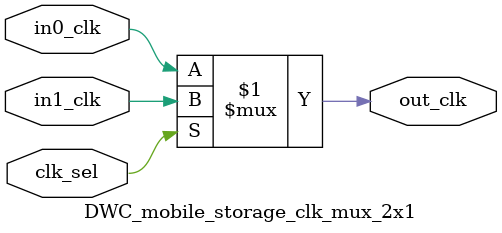
<source format=v>

`include "DWC_mobile_storage_params.v"
`include "DWC_mobile_storage_derived_params.v"
module DWC_mobile_storage_clk_mux_2x1(
  /*AUTOARG*/
  // Outputs
  out_clk,
  // Inputs
  in0_clk, in1_clk, clk_sel
  );

  // --------------------------------------
  // Input and Output Port Declaration
  // --------------------------------------

  // Clocks
  input                        in0_clk;          // Clock0 input
  input                        in1_clk;          // Clock1 input

  //Mux select
  input                        clk_sel;          // clock select

  output                       out_clk;          // clock output

  wire                         out_clk;

  assign out_clk = clk_sel? in1_clk:in0_clk; 

endmodule // DWC_mobile_storage_mux_2x1

</source>
